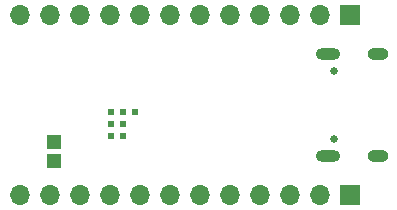
<source format=gbr>
%TF.GenerationSoftware,KiCad,Pcbnew,7.0.9*%
%TF.CreationDate,2023-12-31T12:54:37+01:00*%
%TF.ProjectId,esp32promicro,65737033-3270-4726-9f6d-6963726f2e6b,rev?*%
%TF.SameCoordinates,Original*%
%TF.FileFunction,Soldermask,Bot*%
%TF.FilePolarity,Negative*%
%FSLAX46Y46*%
G04 Gerber Fmt 4.6, Leading zero omitted, Abs format (unit mm)*
G04 Created by KiCad (PCBNEW 7.0.9) date 2023-12-31 12:54:37*
%MOMM*%
%LPD*%
G01*
G04 APERTURE LIST*
%ADD10R,1.200000X1.200000*%
%ADD11C,0.610000*%
%ADD12C,0.650000*%
%ADD13O,2.100000X1.000000*%
%ADD14O,1.800000X1.000000*%
%ADD15R,1.700000X1.700000*%
%ADD16O,1.700000X1.700000*%
G04 APERTURE END LIST*
D10*
%TO.C,J3*%
X103251000Y-66167000D03*
%TD*%
%TO.C,J4*%
X103251000Y-67818000D03*
%TD*%
D11*
%TO.C,U1*%
X108079477Y-63645823D03*
X108079477Y-64645823D03*
X108079477Y-65645823D03*
X109079477Y-63645823D03*
X109079477Y-64645823D03*
X109079477Y-65645823D03*
X110079477Y-63645823D03*
%TD*%
D12*
%TO.C,U4*%
X126943480Y-65941270D03*
X126943480Y-60161270D03*
D13*
X126443480Y-67371270D03*
X126443480Y-58731270D03*
D14*
X130623480Y-67371270D03*
X130623480Y-58731270D03*
%TD*%
D15*
%TO.C,J2*%
X128269480Y-70671269D03*
D16*
X125729480Y-70671269D03*
X123189480Y-70671269D03*
X120649480Y-70671269D03*
X118109480Y-70671269D03*
X115569480Y-70671269D03*
X113029480Y-70671269D03*
X110489480Y-70671269D03*
X107949480Y-70671269D03*
X105409480Y-70671269D03*
X102869480Y-70671269D03*
X100329480Y-70671269D03*
%TD*%
D15*
%TO.C,J1*%
X128253479Y-55431270D03*
D16*
X125713479Y-55431270D03*
X123173479Y-55431270D03*
X120633479Y-55431270D03*
X118093479Y-55431270D03*
X115553479Y-55431270D03*
X113013479Y-55431270D03*
X110473479Y-55431270D03*
X107933479Y-55431270D03*
X105393479Y-55431270D03*
X102853479Y-55431270D03*
X100313479Y-55431270D03*
%TD*%
M02*

</source>
